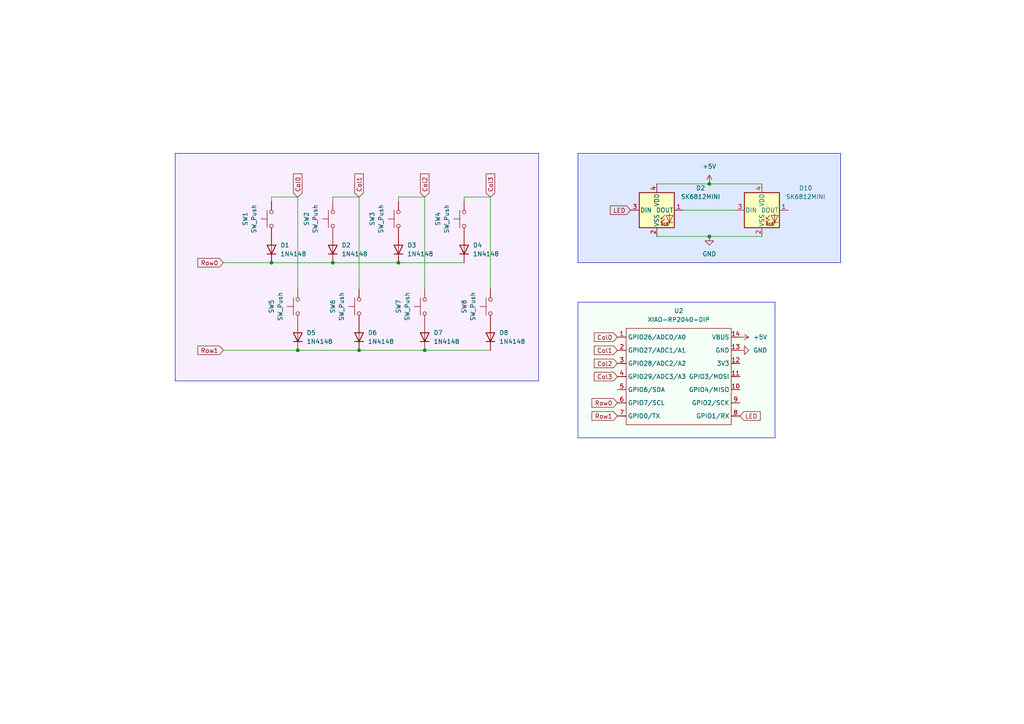
<source format=kicad_sch>
(kicad_sch (version 20250114) (generator "eeschema") (generator_version "9.0")
  (paper "A4")
  (title_block (title "Clicky PCB") (date "2025-12-05") (rev "4") (company "Silas Unger"))
  (lib_symbols
    (symbol "Diode:1N4148" (pin_numbers (hide yes)) (pin_names (hide yes))
      (property "Reference" "D" (at 0 2.54 0))
      (property "Value" "1N4148" (at 0 -2.54 0))
      (symbol "1N4148_0_1"
        (polyline (pts (xy -1.27 1.27) (xy -1.27 -1.27)) (stroke (width 0.254)))
        (polyline (pts (xy 1.27 1.27) (xy 1.27 -1.27) (xy -1.27 0) (xy 1.27 1.27)) (stroke (width 0.254)))
        (polyline (pts (xy 1.27 0) (xy -1.27 0)))
      )
      (symbol "1N4148_1_1"
        (pin passive line (at -3.81 0 0) (length 2.54) (name "K") (number "1"))
        (pin passive line (at 3.81 0 180) (length 2.54) (name "A") (number "2"))
      )
    )
    (symbol "LED:SK6812MINI" (pin_names (offset 0.254))
      (property "Reference" "D" (at 5.08 5.715 0))
      (property "Value" "SK6812MINI" (at 1.27 -5.715 0))
      (symbol "SK6812MINI_0_0"
        (text "RGB" (at 2.286 -4.191 0) (effects (font (size 0.762 0.762))))
      )
      (symbol "SK6812MINI_0_1"
        (polyline (pts (xy 1.27 -2.54) (xy 1.778 -2.54)))
        (polyline (pts (xy 1.27 -3.556) (xy 1.778 -3.556)))
        (polyline (pts (xy 2.286 -1.524) (xy 1.27 -2.54) (xy 1.27 -2.032)))
        (polyline (pts (xy 2.286 -2.54) (xy 1.27 -3.556) (xy 1.27 -3.048)))
        (polyline (pts (xy 3.683 -1.016) (xy 3.683 -3.556) (xy 3.683 -4.064)))
        (polyline (pts (xy 4.699 -1.524) (xy 2.667 -1.524) (xy 3.683 -3.556) (xy 4.699 -1.524)))
        (polyline (pts (xy 4.699 -3.556) (xy 2.667 -3.556)))
        (rectangle (start 5.08 5.08) (end -5.08 -5.08) (stroke (width 0.254)) (fill (type background)))
      )
      (symbol "SK6812MINI_1_1"
        (pin input line (at -7.62 0 0) (length 2.54) (name "DIN") (number "3"))
        (pin power_in line (at 0 7.62 270) (length 2.54) (name "VDD") (number "4"))
        (pin power_in line (at 0 -7.62 90) (length 2.54) (name "VSS") (number "2"))
        (pin output line (at 7.62 0 180) (length 2.54) (name "DOUT") (number "1"))
      )
    )
    (symbol "OPL:XIAO-RP2040-DIP"
      (property "Reference" "U" (at 0 0 0))
      (property "Value" "XIAO-RP2040-DIP" (at 5.334 -1.778 0))
      (symbol "XIAO-RP2040-DIP_1_0"
        (polyline (pts (xy -1.27 -2.54) (xy 29.21 -2.54)) (stroke (width 0.1524)))
        (polyline (pts (xy -1.27 -5.08) (xy -2.54 -5.08)) (stroke (width 0.1524)))
        (polyline (pts (xy -1.27 -5.08) (xy -1.27 -2.54)) (stroke (width 0.1524)))
        (polyline (pts (xy -1.27 -8.89) (xy -2.54 -8.89)) (stroke (width 0.1524)))
        (polyline (pts (xy -1.27 -8.89) (xy -1.27 -5.08)) (stroke (width 0.1524)))
        (polyline (pts (xy -1.27 -12.7) (xy -2.54 -12.7)) (stroke (width 0.1524)))
        (polyline (pts (xy -1.27 -12.7) (xy -1.27 -8.89)) (stroke (width 0.1524)))
        (polyline (pts (xy -1.27 -16.51) (xy -2.54 -16.51)) (stroke (width 0.1524)))
        (polyline (pts (xy -1.27 -16.51) (xy -1.27 -12.7)) (stroke (width 0.1524)))
        (polyline (pts (xy -1.27 -20.32) (xy -2.54 -20.32)) (stroke (width 0.1524)))
        (polyline (pts (xy -1.27 -24.13) (xy -2.54 -24.13)) (stroke (width 0.1524)))
        (polyline (pts (xy -1.27 -27.94) (xy -2.54 -27.94)) (stroke (width 0.1524)))
        (polyline (pts (xy -1.27 -30.48) (xy -1.27 -16.51)) (stroke (width 0.1524)))
        (polyline (pts (xy 29.21 -2.54) (xy 29.21 -5.08)) (stroke (width 0.1524)))
        (polyline (pts (xy 29.21 -5.08) (xy 29.21 -8.89)) (stroke (width 0.1524)))
        (polyline (pts (xy 29.21 -8.89) (xy 29.21 -12.7)) (stroke (width 0.1524)))
        (polyline (pts (xy 29.21 -12.7) (xy 29.21 -30.48)) (stroke (width 0.1524)))
        (polyline (pts (xy 29.21 -30.48) (xy -1.27 -30.48)) (stroke (width 0.1524)))
        (polyline (pts (xy 30.48 -5.08) (xy 29.21 -5.08)) (stroke (width 0.1524)))
        (polyline (pts (xy 30.48 -8.89) (xy 29.21 -8.89)) (stroke (width 0.1524)))
        (polyline (pts (xy 30.48 -12.7) (xy 29.21 -12.7)) (stroke (width 0.1524)))
        (polyline (pts (xy 30.48 -16.51) (xy 29.21 -16.51)) (stroke (width 0.1524)))
        (polyline (pts (xy 30.48 -20.32) (xy 29.21 -20.32)) (stroke (width 0.1524)))
        (polyline (pts (xy 30.48 -24.13) (xy 29.21 -24.13)) (stroke (width 0.1524)))
        (polyline (pts (xy 30.48 -27.94) (xy 29.21 -27.94)) (stroke (width 0.1524)))
        (pin passive line (at -3.81 -5.08 0) (length 2.54) (name "GPIO26/ADC0/A0") (number "1"))
        (pin passive line (at -3.81 -8.89 0) (length 2.54) (name "GPIO27/ADC1/A1") (number "2"))
        (pin passive line (at -3.81 -12.7 0) (length 2.54) (name "GPIO28/ADC2/A2") (number "3"))
        (pin passive line (at -3.81 -16.51 0) (length 2.54) (name "GPIO29/ADC3/A3") (number "4"))
        (pin passive line (at -3.81 -20.32 0) (length 2.54) (name "GPIO6/SDA") (number "5"))
        (pin passive line (at -3.81 -24.13 0) (length 2.54) (name "GPIO7/SCL") (number "6"))
        (pin passive line (at -3.81 -27.94 0) (length 2.54) (name "GPIO0/TX") (number "7"))
        (pin passive line (at 31.75 -5.08 180) (length 2.54) (name "VBUS") (number "14"))
        (pin passive line (at 31.75 -8.89 180) (length 2.54) (name "GND") (number "13"))
        (pin passive line (at 31.75 -12.7 180) (length 2.54) (name "3V3") (number "12"))
        (pin passive line (at 31.75 -16.51 180) (length 2.54) (name "GPIO3/MOSI") (number "11"))
        (pin passive line (at 31.75 -20.32 180) (length 2.54) (name "GPIO4/MISO") (number "10"))
        (pin passive line (at 31.75 -24.13 180) (length 2.54) (name "GPIO2/SCK") (number "9"))
        (pin passive line (at 31.75 -27.94 180) (length 2.54) (name "GPIO1/RX") (number "8"))
      )
    )
    (symbol "Switch:SW_Push" (pin_numbers (hide yes)) (pin_names (offset 1.016) (hide yes))
      (property "Reference" "SW" (at 1.27 2.54 0))
      (property "Value" "SW_Push" (at 0 -1.524 0))
      (symbol "SW_Push_0_1"
        (circle (center -2.032 0) (radius 0.508))
        (polyline (pts (xy 0 1.27) (xy 0 3.048)))
        (circle (center 2.032 0) (radius 0.508))
        (polyline (pts (xy 2.54 1.27) (xy -2.54 1.27)))
        (pin passive line (at -5.08 0 0) (length 2.54) (name "1") (number "1"))
        (pin passive line (at 5.08 0 180) (length 2.54) (name "2") (number "2"))
      )
    )
    (symbol "power:+5V" (power) (pin_numbers (hide yes)) (pin_names (offset 0) (hide yes))
      (property "Value" "+5V" (at 0 3.556 0))
      (symbol "+5V_0_1"
        (polyline (pts (xy -0.762 1.27) (xy 0 2.54)))
        (polyline (pts (xy 0 2.54) (xy 0.762 1.27)))
        (polyline (pts (xy 0 0) (xy 0 2.54)))
      )
      (symbol "+5V_1_1"
        (pin power_in line (at 0 0 90) (length 0) (name "~") (number "1"))
      )
    )
    (symbol "power:GND" (power) (pin_numbers (hide yes)) (pin_names (offset 0) (hide yes))
      (property "Value" "GND" (at 0 -3.81 0))
      (symbol "GND_0_1"
        (polyline (pts (xy 0 0) (xy 0 -1.27) (xy 1.27 -1.27) (xy 0 -2.54) (xy -1.27 -1.27) (xy 0 -1.27)))
      )
      (symbol "GND_1_1"
        (pin power_in line (at 0 0 270) (length 0) (name "~") (number "1"))
      )
    )
  )
  (rectangle (start 167.64 87.63) (end 224.79 127) (fill (type color) (color 245 255 247 1)))
  (rectangle (start 167.64 44.45) (end 243.84 76.2) (fill (type color) (color 222 232 255 1)))
  (rectangle (start 50.8 44.45) (end 156.21 110.49) (fill (type color) (color 249 238 255 1)))
  (junction (at 205.74 68.58))
  (junction (at 78.74 76.2))
  (junction (at 115.57 76.2))
  (junction (at 104.14 101.6))
  (junction (at 96.52 76.2))
  (junction (at 123.19 101.6))
  (junction (at 205.74 53.34))
  (junction (at 86.36 101.6))
  (wire (pts (xy 142.24 57.15) (xy 142.24 83.82)))
  (wire (pts (xy 115.57 76.2) (xy 134.62 76.2)))
  (wire (pts (xy 190.5 53.34) (xy 205.74 53.34)))
  (wire (pts (xy 86.36 101.6) (xy 64.77 101.6)))
  (wire (pts (xy 96.52 76.2) (xy 115.57 76.2)))
  (wire (pts (xy 205.74 53.34) (xy 220.98 53.34)))
  (wire (pts (xy 78.74 57.15) (xy 86.36 57.15)))
  (wire (pts (xy 96.52 57.15) (xy 104.14 57.15)))
  (wire (pts (xy 134.62 57.15) (xy 142.24 57.15)))
  (wire (pts (xy 205.74 68.58) (xy 220.98 68.58)))
  (wire (pts (xy 123.19 101.6) (xy 142.24 101.6)))
  (wire (pts (xy 104.14 57.15) (xy 104.14 83.82)))
  (wire (pts (xy 190.5 68.58) (xy 205.74 68.58)))
  (wire (pts (xy 115.57 57.15) (xy 123.19 57.15)))
  (wire (pts (xy 198.12 60.96) (xy 213.36 60.96)))
  (wire (pts (xy 104.14 101.6) (xy 123.19 101.6)))
  (wire (pts (xy 115.57 57.15) (xy 115.57 58.42)))
  (wire (pts (xy 78.74 76.2) (xy 96.52 76.2)))
  (wire (pts (xy 96.52 57.15) (xy 96.52 58.42)))
  (wire (pts (xy 86.36 57.15) (xy 86.36 83.82)))
  (wire (pts (xy 64.77 76.2) (xy 78.74 76.2)))
  (wire (pts (xy 134.62 57.15) (xy 134.62 58.42)))
  (wire (pts (xy 86.36 101.6) (xy 104.14 101.6)))
  (wire (pts (xy 123.19 57.15) (xy 123.19 83.82)))
  (wire (pts (xy 78.74 57.15) (xy 78.74 58.42)))
  (global_label "LED" (shape input) (at 182.88 60.96 180) (property "Intersheetrefs" "${INTERSHEET_REFS}" (effects (hide yes))))
  (global_label "Row1" (shape input) (at 179.07 120.65 180) (property "Intersheetrefs" "${INTERSHEET_REFS}" (effects (hide yes))))
  (global_label "Col3" (shape input) (at 142.24 57.15 90) (property "Intersheetrefs" "${INTERSHEET_REFS}" (effects (hide yes))))
  (global_label "Row0" (shape input) (at 64.77 76.2 180) (property "Intersheetrefs" "${INTERSHEET_REFS}" (effects (hide yes))))
  (global_label "Col2" (shape input) (at 179.07 105.41 180) (property "Intersheetrefs" "${INTERSHEET_REFS}" (effects (hide yes))))
  (global_label "Col1" (shape input) (at 179.07 101.6 180) (property "Intersheetrefs" "${INTERSHEET_REFS}" (effects (hide yes))))
  (global_label "Row1" (shape input) (at 64.77 101.6 180) (property "Intersheetrefs" "${INTERSHEET_REFS}" (effects (hide yes))))
  (global_label "Col1" (shape input) (at 104.14 57.15 90) (property "Intersheetrefs" "${INTERSHEET_REFS}" (effects (hide yes))))
  (global_label "Col3" (shape input) (at 179.07 109.22 180) (property "Intersheetrefs" "${INTERSHEET_REFS}" (effects (hide yes))))
  (global_label "LED" (shape input) (at 214.63 120.65 0) (property "Intersheetrefs" "${INTERSHEET_REFS}" (effects (hide yes))))
  (global_label "Col0" (shape input) (at 86.36 57.15 90) (property "Intersheetrefs" "${INTERSHEET_REFS}" (effects (hide yes))))
  (global_label "Col2" (shape input) (at 123.19 57.15 90) (property "Intersheetrefs" "${INTERSHEET_REFS}" (effects (hide yes))))
  (global_label "Col0" (shape input) (at 179.07 97.79 180) (property "Intersheetrefs" "${INTERSHEET_REFS}" (effects (hide yes))))
  (global_label "Row0" (shape input) (at 179.07 116.84 180) (property "Intersheetrefs" "${INTERSHEET_REFS}" (effects (hide yes))))
  (symbol (lib_id "power:+5V") (at 205.74 53.34 0) (unit 1)
    (property "Reference" "#PWR03" (effects (hide yes)))
    (property "Value" "+5V" (at 205.74 48.26 0))
    (property "Description" "Power symbol creates a global label with name \"+5V\"" (effects (hide yes)))
  )
  (symbol (lib_id "Switch:SW_Push") (at 134.62 63.5 90) (mirror x) (unit 1)
    (property "Reference" "SW4" (at 127 63.5 0))
    (property "Value" "SW_Push" (at 129.54 63.5 0))
    (property "Footprint" "Button_Switch_Keyboard:SW_Cherry_MX_1.00u_PCB" (effects (hide yes)))
    (property "Description" "Push button switch, generic, two pins" (effects (hide yes)))
  )
  (symbol (lib_id "OPL:XIAO-RP2040-DIP") (at 182.88 92.71 0) (unit 1)
    (property "Reference" "U2" (at 196.85 90.17 0))
    (property "Value" "XIAO-RP2040-DIP" (at 196.85 92.71 0))
    (property "Footprint" "OPL:XIAO-RP2040-DIP" (effects (hide yes)))
  )
  (symbol (lib_id "power:GND") (at 214.63 101.6 90) (unit 1)
    (property "Reference" "#PWR02" (effects (hide yes)))
    (property "Value" "GND" (at 218.44 101.5999 90) (effects (justify right)))
    (property "Description" "Power symbol creates a global label with name \"GND\" , ground" (effects (hide yes)))
  )
  (symbol (lib_id "Switch:SW_Push") (at 123.19 88.9 90) (mirror x) (unit 1)
    (property "Reference" "SW7" (at 115.57 88.9 0))
    (property "Value" "SW_Push" (at 118.11 88.9 0))
    (property "Footprint" "Button_Switch_Keyboard:SW_Cherry_MX_1.00u_PCB" (effects (hide yes)))
    (property "Description" "Push button switch, generic, two pins" (effects (hide yes)))
  )
  (symbol (lib_id "LED:SK6812MINI") (at 220.98 60.96 0) (unit 1)
    (property "Reference" "D10" (at 233.68 54.5398 0))
    (property "Value" "SK6812MINI" (at 233.68 57.0798 0))
    (property "Footprint" "LED_SMD:LED_SK6812MINI_PLCC4_3.5x3.5mm_P1.75mm" (effects (hide yes)))
    (property "Datasheet" "https://cdn-shop.adafruit.com/product-files/2686/SK6812MINI_REV.01-1-2.pdf" (effects (hide yes)))
    (property "Description" "RGB LED with integrated controller" (effects (hide yes)))
  )
  (symbol (lib_id "power:+5V") (at 214.63 97.79 270) (unit 1)
    (property "Reference" "#PWR01" (effects (hide yes)))
    (property "Value" "+5V" (at 218.44 97.7899 90) (effects (justify left)))
    (property "Description" "Power symbol creates a global label with name \"+5V\"" (effects (hide yes)))
  )
  (symbol (lib_id "Diode:1N4148") (at 96.52 72.39 90) (unit 1)
    (property "Reference" "D2" (at 99.06 71.1199 90) (effects (justify right)))
    (property "Value" "1N4148" (at 99.06 73.6599 90) (effects (justify right)))
    (property "Footprint" "Diode_THT:D_DO-35_SOD27_P7.62mm_Horizontal" (effects (hide yes)))
    (property "Datasheet" "https://assets.nexperia.com/documents/data-sheet/1N4148_1N4448.pdf" (effects (hide yes)))
    (property "Description" "100V 0.15A standard switching diode, DO-35" (effects (hide yes)))
    (property "Sim.Device" "D" (effects (hide yes)))
    (property "Sim.Pins" "1=K 2=A" (effects (hide yes)))
  )
  (symbol (lib_id "Switch:SW_Push") (at 96.52 63.5 90) (mirror x) (unit 1)
    (property "Reference" "SW2" (at 88.9 63.5 0))
    (property "Value" "SW_Push" (at 91.44 63.5 0))
    (property "Footprint" "Button_Switch_Keyboard:SW_Cherry_MX_1.00u_PCB" (effects (hide yes)))
    (property "Description" "Push button switch, generic, two pins" (effects (hide yes)))
  )
  (symbol (lib_id "Diode:1N4148") (at 115.57 72.39 90) (unit 1)
    (property "Reference" "D3" (at 118.11 71.1199 90) (effects (justify right)))
    (property "Value" "1N4148" (at 118.11 73.6599 90) (effects (justify right)))
    (property "Footprint" "Diode_THT:D_DO-35_SOD27_P7.62mm_Horizontal" (effects (hide yes)))
    (property "Datasheet" "https://assets.nexperia.com/documents/data-sheet/1N4148_1N4448.pdf" (effects (hide yes)))
    (property "Description" "100V 0.15A standard switching diode, DO-35" (effects (hide yes)))
    (property "Sim.Device" "D" (effects (hide yes)))
    (property "Sim.Pins" "1=K 2=A" (effects (hide yes)))
  )
  (symbol (lib_id "Switch:SW_Push") (at 104.14 88.9 90) (mirror x) (unit 1)
    (property "Reference" "SW6" (at 96.52 88.9 0))
    (property "Value" "SW_Push" (at 99.06 88.9 0))
    (property "Footprint" "Button_Switch_Keyboard:SW_Cherry_MX_1.00u_PCB" (effects (hide yes)))
    (property "Description" "Push button switch, generic, two pins" (effects (hide yes)))
  )
  (symbol (lib_id "Diode:1N4148") (at 123.19 97.79 90) (unit 1)
    (property "Reference" "D7" (at 125.73 96.5199 90) (effects (justify right)))
    (property "Value" "1N4148" (at 125.73 99.0599 90) (effects (justify right)))
    (property "Footprint" "Diode_THT:D_DO-35_SOD27_P7.62mm_Horizontal" (effects (hide yes)))
    (property "Datasheet" "https://assets.nexperia.com/documents/data-sheet/1N4148_1N4448.pdf" (effects (hide yes)))
    (property "Description" "100V 0.15A standard switching diode, DO-35" (effects (hide yes)))
    (property "Sim.Device" "D" (effects (hide yes)))
    (property "Sim.Pins" "1=K 2=A" (effects (hide yes)))
  )
  (symbol (lib_id "Switch:SW_Push") (at 115.57 63.5 90) (mirror x) (unit 1)
    (property "Reference" "SW3" (at 107.95 63.5 0))
    (property "Value" "SW_Push" (at 110.49 63.5 0))
    (property "Footprint" "Button_Switch_Keyboard:SW_Cherry_MX_1.00u_PCB" (effects (hide yes)))
    (property "Description" "Push button switch, generic, two pins" (effects (hide yes)))
  )
  (symbol (lib_id "Diode:1N4148") (at 134.62 72.39 90) (unit 1)
    (property "Reference" "D4" (at 137.16 71.1199 90) (effects (justify right)))
    (property "Value" "1N4148" (at 137.16 73.6599 90) (effects (justify right)))
    (property "Footprint" "Diode_THT:D_DO-35_SOD27_P7.62mm_Horizontal" (effects (hide yes)))
    (property "Datasheet" "https://assets.nexperia.com/documents/data-sheet/1N4148_1N4448.pdf" (effects (hide yes)))
    (property "Description" "100V 0.15A standard switching diode, DO-35" (effects (hide yes)))
    (property "Sim.Device" "D" (effects (hide yes)))
    (property "Sim.Pins" "1=K 2=A" (effects (hide yes)))
  )
  (symbol (lib_id "LED:SK6812MINI") (at 190.5 60.96 0) (unit 1)
    (property "Reference" "D2" (at 203.2 54.5398 0))
    (property "Value" "SK6812MINI" (at 203.2 57.0798 0))
    (property "Footprint" "LED_SMD:LED_SK6812MINI_PLCC4_3.5x3.5mm_P1.75mm" (effects (hide yes)))
    (property "Datasheet" "https://cdn-shop.adafruit.com/product-files/2686/SK6812MINI_REV.01-1-2.pdf" (effects (hide yes)))
    (property "Description" "RGB LED with integrated controller" (effects (hide yes)))
  )
  (symbol (lib_id "power:GND") (at 205.74 68.58 0) (unit 1)
    (property "Reference" "#PWR04" (effects (hide yes)))
    (property "Value" "GND" (at 205.74 73.66 0))
    (property "Description" "Power symbol creates a global label with name \"GND\" , ground" (effects (hide yes)))
  )
  (symbol (lib_id "Switch:SW_Push") (at 78.74 63.5 90) (mirror x) (unit 1)
    (property "Reference" "SW1" (at 71.12 63.5 0))
    (property "Value" "SW_Push" (at 73.66 63.5 0))
    (property "Footprint" "Button_Switch_Keyboard:SW_Cherry_MX_1.00u_PCB" (effects (hide yes)))
    (property "Description" "Push button switch, generic, two pins" (effects (hide yes)))
  )
  (symbol (lib_id "Diode:1N4148") (at 104.14 97.79 90) (unit 1)
    (property "Reference" "D6" (at 106.68 96.5199 90) (effects (justify right)))
    (property "Value" "1N4148" (at 106.68 99.0599 90) (effects (justify right)))
    (property "Footprint" "Diode_THT:D_DO-35_SOD27_P7.62mm_Horizontal" (effects (hide yes)))
    (property "Datasheet" "https://assets.nexperia.com/documents/data-sheet/1N4148_1N4448.pdf" (effects (hide yes)))
    (property "Description" "100V 0.15A standard switching diode, DO-35" (effects (hide yes)))
    (property "Sim.Device" "D" (effects (hide yes)))
    (property "Sim.Pins" "1=K 2=A" (effects (hide yes)))
  )
  (symbol (lib_id "Switch:SW_Push") (at 86.36 88.9 90) (mirror x) (unit 1)
    (property "Reference" "SW5" (at 78.74 88.9 0))
    (property "Value" "SW_Push" (at 81.28 88.9 0))
    (property "Footprint" "Button_Switch_Keyboard:SW_Cherry_MX_1.00u_PCB" (effects (hide yes)))
    (property "Description" "Push button switch, generic, two pins" (effects (hide yes)))
  )
  (symbol (lib_id "Diode:1N4148") (at 86.36 97.79 90) (unit 1)
    (property "Reference" "D5" (at 88.9 96.5199 90) (effects (justify right)))
    (property "Value" "1N4148" (at 88.9 99.0599 90) (effects (justify right)))
    (property "Footprint" "Diode_THT:D_DO-35_SOD27_P7.62mm_Horizontal" (effects (hide yes)))
    (property "Datasheet" "https://assets.nexperia.com/documents/data-sheet/1N4148_1N4448.pdf" (effects (hide yes)))
    (property "Description" "100V 0.15A standard switching diode, DO-35" (effects (hide yes)))
    (property "Sim.Device" "D" (effects (hide yes)))
    (property "Sim.Pins" "1=K 2=A" (effects (hide yes)))
  )
  (symbol (lib_id "Diode:1N4148") (at 78.74 72.39 90) (unit 1)
    (property "Reference" "D1" (at 81.28 71.1199 90) (effects (justify right)))
    (property "Value" "1N4148" (at 81.28 73.6599 90) (effects (justify right)))
    (property "Footprint" "Diode_THT:D_DO-35_SOD27_P7.62mm_Horizontal" (effects (hide yes)))
    (property "Datasheet" "https://assets.nexperia.com/documents/data-sheet/1N4148_1N4448.pdf" (effects (hide yes)))
    (property "Description" "100V 0.15A standard switching diode, DO-35" (effects (hide yes)))
    (property "Sim.Device" "D" (effects (hide yes)))
    (property "Sim.Pins" "1=K 2=A" (effects (hide yes)))
  )
  (symbol (lib_id "Switch:SW_Push") (at 142.24 88.9 90) (mirror x) (unit 1)
    (property "Reference" "SW8" (at 134.62 88.9 0))
    (property "Value" "SW_Push" (at 137.16 88.9 0))
    (property "Footprint" "Button_Switch_Keyboard:SW_Cherry_MX_1.00u_PCB" (effects (hide yes)))
    (property "Description" "Push button switch, generic, two pins" (effects (hide yes)))
  )
  (symbol (lib_id "Diode:1N4148") (at 142.24 97.79 90) (unit 1)
    (property "Reference" "D8" (at 144.78 96.5199 90) (effects (justify right)))
    (property "Value" "1N4148" (at 144.78 99.0599 90) (effects (justify right)))
    (property "Footprint" "Diode_THT:D_DO-35_SOD27_P7.62mm_Horizontal" (effects (hide yes)))
    (property "Datasheet" "https://assets.nexperia.com/documents/data-sheet/1N4148_1N4448.pdf" (effects (hide yes)))
    (property "Description" "100V 0.15A standard switching diode, DO-35" (effects (hide yes)))
    (property "Sim.Device" "D" (effects (hide yes)))
    (property "Sim.Pins" "1=K 2=A" (effects (hide yes)))
  )
)
</source>
